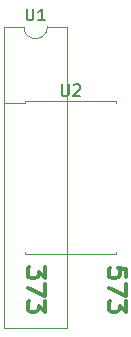
<source format=gbr>
G04 #@! TF.GenerationSoftware,KiCad,Pcbnew,(5.1.5)-3*
G04 #@! TF.CreationDate,2020-06-23T06:11:58-04:00*
G04 #@! TF.ProjectId,dip20soic573-373,64697032-3073-46f6-9963-3537332d3337,rev?*
G04 #@! TF.SameCoordinates,Original*
G04 #@! TF.FileFunction,Legend,Top*
G04 #@! TF.FilePolarity,Positive*
%FSLAX46Y46*%
G04 Gerber Fmt 4.6, Leading zero omitted, Abs format (unit mm)*
G04 Created by KiCad (PCBNEW (5.1.5)-3) date 2020-06-23 06:11:58*
%MOMM*%
%LPD*%
G04 APERTURE LIST*
%ADD10C,0.300000*%
%ADD11C,0.120000*%
%ADD12C,0.150000*%
G04 APERTURE END LIST*
D10*
X111311428Y-90146428D02*
X111311428Y-91075000D01*
X110740000Y-90575000D01*
X110740000Y-90789285D01*
X110668571Y-90932142D01*
X110597142Y-91003571D01*
X110454285Y-91075000D01*
X110097142Y-91075000D01*
X109954285Y-91003571D01*
X109882857Y-90932142D01*
X109811428Y-90789285D01*
X109811428Y-90360714D01*
X109882857Y-90217857D01*
X109954285Y-90146428D01*
X111311428Y-91575000D02*
X111311428Y-92575000D01*
X109811428Y-91932142D01*
X111311428Y-93003571D02*
X111311428Y-93932142D01*
X110740000Y-93432142D01*
X110740000Y-93646428D01*
X110668571Y-93789285D01*
X110597142Y-93860714D01*
X110454285Y-93932142D01*
X110097142Y-93932142D01*
X109954285Y-93860714D01*
X109882857Y-93789285D01*
X109811428Y-93646428D01*
X109811428Y-93217857D01*
X109882857Y-93075000D01*
X109954285Y-93003571D01*
X118169428Y-91003571D02*
X118169428Y-90289285D01*
X117455142Y-90217857D01*
X117526571Y-90289285D01*
X117598000Y-90432142D01*
X117598000Y-90789285D01*
X117526571Y-90932142D01*
X117455142Y-91003571D01*
X117312285Y-91075000D01*
X116955142Y-91075000D01*
X116812285Y-91003571D01*
X116740857Y-90932142D01*
X116669428Y-90789285D01*
X116669428Y-90432142D01*
X116740857Y-90289285D01*
X116812285Y-90217857D01*
X118169428Y-91575000D02*
X118169428Y-92575000D01*
X116669428Y-91932142D01*
X118169428Y-93003571D02*
X118169428Y-93932142D01*
X117598000Y-93432142D01*
X117598000Y-93646428D01*
X117526571Y-93789285D01*
X117455142Y-93860714D01*
X117312285Y-93932142D01*
X116955142Y-93932142D01*
X116812285Y-93860714D01*
X116740857Y-93789285D01*
X116669428Y-93646428D01*
X116669428Y-93217857D01*
X116740857Y-93075000D01*
X116812285Y-93003571D01*
D11*
X111490000Y-69790000D02*
G75*
G02X109490000Y-69790000I-1000000J0D01*
G01*
X109490000Y-69790000D02*
X107840000Y-69790000D01*
X107840000Y-69790000D02*
X107840000Y-95310000D01*
X107840000Y-95310000D02*
X113140000Y-95310000D01*
X113140000Y-95310000D02*
X113140000Y-69790000D01*
X113140000Y-69790000D02*
X111490000Y-69790000D01*
X113476300Y-89060000D02*
X117336300Y-89060000D01*
X117336300Y-89060000D02*
X117336300Y-88825000D01*
X113476300Y-89060000D02*
X109616300Y-89060000D01*
X109616300Y-89060000D02*
X109616300Y-88825000D01*
X113476300Y-76040000D02*
X117336300Y-76040000D01*
X117336300Y-76040000D02*
X117336300Y-76275000D01*
X113476300Y-76040000D02*
X109616300Y-76040000D01*
X109616300Y-76040000D02*
X109616300Y-76275000D01*
X109616300Y-76275000D02*
X107801300Y-76275000D01*
D12*
X109728095Y-68242380D02*
X109728095Y-69051904D01*
X109775714Y-69147142D01*
X109823333Y-69194761D01*
X109918571Y-69242380D01*
X110109047Y-69242380D01*
X110204285Y-69194761D01*
X110251904Y-69147142D01*
X110299523Y-69051904D01*
X110299523Y-68242380D01*
X111299523Y-69242380D02*
X110728095Y-69242380D01*
X111013809Y-69242380D02*
X111013809Y-68242380D01*
X110918571Y-68385238D01*
X110823333Y-68480476D01*
X110728095Y-68528095D01*
X112714395Y-74652380D02*
X112714395Y-75461904D01*
X112762014Y-75557142D01*
X112809633Y-75604761D01*
X112904871Y-75652380D01*
X113095347Y-75652380D01*
X113190585Y-75604761D01*
X113238204Y-75557142D01*
X113285823Y-75461904D01*
X113285823Y-74652380D01*
X113714395Y-74747619D02*
X113762014Y-74700000D01*
X113857252Y-74652380D01*
X114095347Y-74652380D01*
X114190585Y-74700000D01*
X114238204Y-74747619D01*
X114285823Y-74842857D01*
X114285823Y-74938095D01*
X114238204Y-75080952D01*
X113666776Y-75652380D01*
X114285823Y-75652380D01*
M02*

</source>
